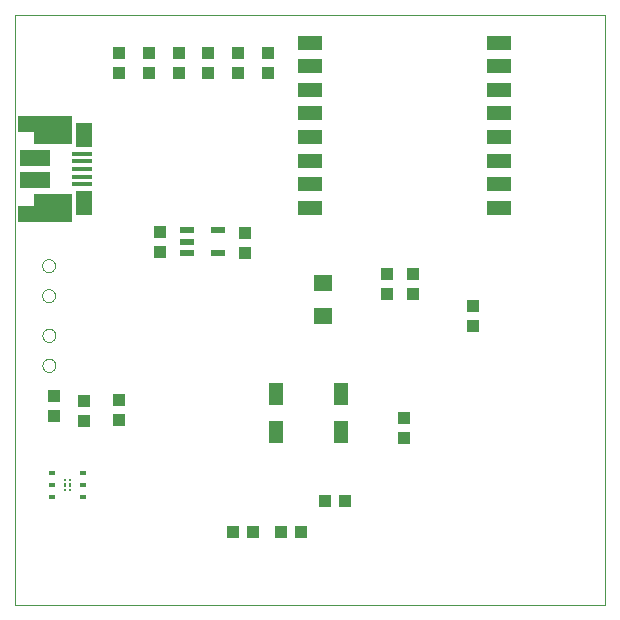
<source format=gbp>
G75*
%MOIN*%
%OFA0B0*%
%FSLAX24Y24*%
%IPPOS*%
%LPD*%
%AMOC8*
5,1,8,0,0,1.08239X$1,22.5*
%
%ADD10C,0.0000*%
%ADD11R,0.0630X0.0551*%
%ADD12R,0.0394X0.0433*%
%ADD13R,0.0433X0.0394*%
%ADD14R,0.0472X0.0217*%
%ADD15R,0.0512X0.0748*%
%ADD16R,0.0673X0.0157*%
%ADD17R,0.0575X0.0787*%
%ADD18R,0.0984X0.0541*%
%ADD19R,0.1252X0.0962*%
%ADD20R,0.1252X0.0962*%
%ADD21R,0.0544X0.0530*%
%ADD22R,0.0544X0.0530*%
%ADD23R,0.0236X0.0157*%
%ADD24R,0.0098X0.0098*%
%ADD25R,0.0098X0.0118*%
%ADD26R,0.0787X0.0512*%
D10*
X000350Y000350D02*
X000350Y020035D01*
X020035Y020035D01*
X020035Y000350D01*
X000350Y000350D01*
X001267Y008344D02*
X001269Y008373D01*
X001275Y008401D01*
X001284Y008429D01*
X001297Y008455D01*
X001314Y008478D01*
X001333Y008500D01*
X001355Y008519D01*
X001380Y008534D01*
X001406Y008547D01*
X001434Y008555D01*
X001462Y008560D01*
X001491Y008561D01*
X001520Y008558D01*
X001548Y008551D01*
X001575Y008541D01*
X001601Y008527D01*
X001624Y008510D01*
X001645Y008490D01*
X001663Y008467D01*
X001678Y008442D01*
X001689Y008415D01*
X001697Y008387D01*
X001701Y008358D01*
X001701Y008330D01*
X001697Y008301D01*
X001689Y008273D01*
X001678Y008246D01*
X001663Y008221D01*
X001645Y008198D01*
X001624Y008178D01*
X001601Y008161D01*
X001575Y008147D01*
X001548Y008137D01*
X001520Y008130D01*
X001491Y008127D01*
X001462Y008128D01*
X001434Y008133D01*
X001406Y008141D01*
X001380Y008154D01*
X001355Y008169D01*
X001333Y008188D01*
X001314Y008210D01*
X001297Y008233D01*
X001284Y008259D01*
X001275Y008287D01*
X001269Y008315D01*
X001267Y008344D01*
X001267Y009344D02*
X001269Y009373D01*
X001275Y009401D01*
X001284Y009429D01*
X001297Y009455D01*
X001314Y009478D01*
X001333Y009500D01*
X001355Y009519D01*
X001380Y009534D01*
X001406Y009547D01*
X001434Y009555D01*
X001462Y009560D01*
X001491Y009561D01*
X001520Y009558D01*
X001548Y009551D01*
X001575Y009541D01*
X001601Y009527D01*
X001624Y009510D01*
X001645Y009490D01*
X001663Y009467D01*
X001678Y009442D01*
X001689Y009415D01*
X001697Y009387D01*
X001701Y009358D01*
X001701Y009330D01*
X001697Y009301D01*
X001689Y009273D01*
X001678Y009246D01*
X001663Y009221D01*
X001645Y009198D01*
X001624Y009178D01*
X001601Y009161D01*
X001575Y009147D01*
X001548Y009137D01*
X001520Y009130D01*
X001491Y009127D01*
X001462Y009128D01*
X001434Y009133D01*
X001406Y009141D01*
X001380Y009154D01*
X001355Y009169D01*
X001333Y009188D01*
X001314Y009210D01*
X001297Y009233D01*
X001284Y009259D01*
X001275Y009287D01*
X001269Y009315D01*
X001267Y009344D01*
X001259Y010670D02*
X001261Y010699D01*
X001267Y010727D01*
X001276Y010755D01*
X001289Y010781D01*
X001306Y010804D01*
X001325Y010826D01*
X001347Y010845D01*
X001372Y010860D01*
X001398Y010873D01*
X001426Y010881D01*
X001454Y010886D01*
X001483Y010887D01*
X001512Y010884D01*
X001540Y010877D01*
X001567Y010867D01*
X001593Y010853D01*
X001616Y010836D01*
X001637Y010816D01*
X001655Y010793D01*
X001670Y010768D01*
X001681Y010741D01*
X001689Y010713D01*
X001693Y010684D01*
X001693Y010656D01*
X001689Y010627D01*
X001681Y010599D01*
X001670Y010572D01*
X001655Y010547D01*
X001637Y010524D01*
X001616Y010504D01*
X001593Y010487D01*
X001567Y010473D01*
X001540Y010463D01*
X001512Y010456D01*
X001483Y010453D01*
X001454Y010454D01*
X001426Y010459D01*
X001398Y010467D01*
X001372Y010480D01*
X001347Y010495D01*
X001325Y010514D01*
X001306Y010536D01*
X001289Y010559D01*
X001276Y010585D01*
X001267Y010613D01*
X001261Y010641D01*
X001259Y010670D01*
X001259Y011670D02*
X001261Y011699D01*
X001267Y011727D01*
X001276Y011755D01*
X001289Y011781D01*
X001306Y011804D01*
X001325Y011826D01*
X001347Y011845D01*
X001372Y011860D01*
X001398Y011873D01*
X001426Y011881D01*
X001454Y011886D01*
X001483Y011887D01*
X001512Y011884D01*
X001540Y011877D01*
X001567Y011867D01*
X001593Y011853D01*
X001616Y011836D01*
X001637Y011816D01*
X001655Y011793D01*
X001670Y011768D01*
X001681Y011741D01*
X001689Y011713D01*
X001693Y011684D01*
X001693Y011656D01*
X001689Y011627D01*
X001681Y011599D01*
X001670Y011572D01*
X001655Y011547D01*
X001637Y011524D01*
X001616Y011504D01*
X001593Y011487D01*
X001567Y011473D01*
X001540Y011463D01*
X001512Y011456D01*
X001483Y011453D01*
X001454Y011454D01*
X001426Y011459D01*
X001398Y011467D01*
X001372Y011480D01*
X001347Y011495D01*
X001325Y011514D01*
X001306Y011536D01*
X001289Y011559D01*
X001276Y011585D01*
X001267Y011613D01*
X001261Y011641D01*
X001259Y011670D01*
D11*
X010635Y011106D03*
X010635Y010003D03*
D12*
X012755Y010712D03*
X012755Y011381D03*
X013618Y011377D03*
X013618Y010708D03*
X008032Y012093D03*
X008032Y012762D03*
X005179Y012786D03*
X005179Y012117D03*
X003814Y018089D03*
X003814Y018758D03*
X006789Y018758D03*
X006789Y018089D03*
D13*
X007787Y018089D03*
X008807Y018089D03*
X008807Y018758D03*
X007787Y018758D03*
X005812Y018758D03*
X004812Y018758D03*
X004812Y018089D03*
X005812Y018089D03*
X015613Y010319D03*
X015613Y009650D03*
X013327Y006585D03*
X013327Y005916D03*
X011372Y003824D03*
X010703Y003824D03*
X009905Y002795D03*
X009236Y002795D03*
X008277Y002805D03*
X007608Y002805D03*
X003812Y006508D03*
X002669Y006501D03*
X001656Y006643D03*
X001656Y007312D03*
X002669Y007170D03*
X003812Y007177D03*
D14*
X006095Y012096D03*
X006095Y012470D03*
X006095Y012844D03*
X007119Y012844D03*
X007119Y012096D03*
D15*
X009049Y007385D03*
X011214Y007385D03*
X011214Y006125D03*
X009049Y006125D03*
D16*
X002598Y014382D03*
X002598Y014638D03*
X002598Y014894D03*
X002598Y015150D03*
X002598Y015406D03*
D17*
X002649Y016036D03*
X002649Y013752D03*
D18*
X001011Y014525D03*
X001011Y015263D03*
D19*
X001633Y013601D03*
D20*
X001633Y016182D03*
D21*
X000734Y013384D03*
D22*
X000734Y016396D03*
D23*
X001588Y004744D03*
X001588Y004350D03*
X001588Y003956D03*
X002612Y003956D03*
X002612Y004350D03*
X002612Y004744D03*
D24*
X002189Y004517D03*
X002011Y004517D03*
X002011Y004183D03*
X002189Y004183D03*
D25*
X002189Y004350D03*
X002011Y004350D03*
D26*
X010200Y013594D03*
X010200Y014381D03*
X010200Y015169D03*
X010200Y015956D03*
X010200Y016744D03*
X010200Y017531D03*
X010200Y018319D03*
X010200Y019106D03*
X016500Y019106D03*
X016500Y018319D03*
X016500Y017531D03*
X016500Y016744D03*
X016500Y015956D03*
X016500Y015169D03*
X016500Y014381D03*
X016500Y013594D03*
M02*

</source>
